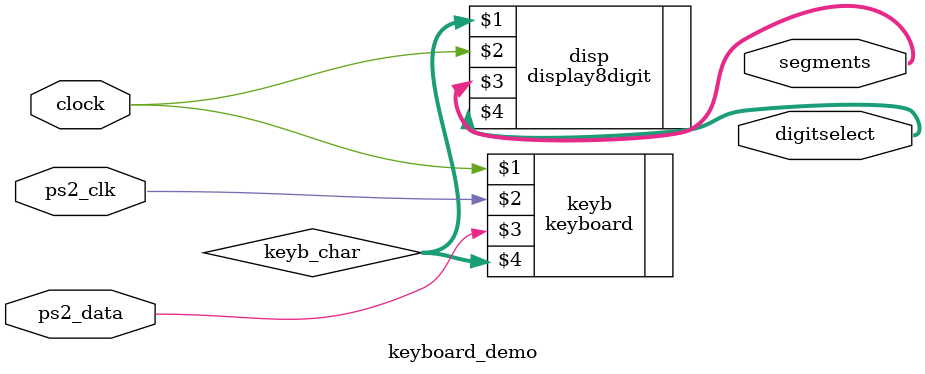
<source format=sv>

`timescale 1ns / 1ps
`default_nettype none

module keyboard_demo(
	input wire clock,
	input wire ps2_data,
	input wire ps2_clk,
	output wire [7:0] segments,
   	output wire [7:0] digitselect
   );

	wire [31:0] keyb_char;
 
	keyboard keyb(clock, ps2_clk, ps2_data, keyb_char);
   
	display8digit disp(keyb_char, clock, segments, digitselect);

endmodule

</source>
